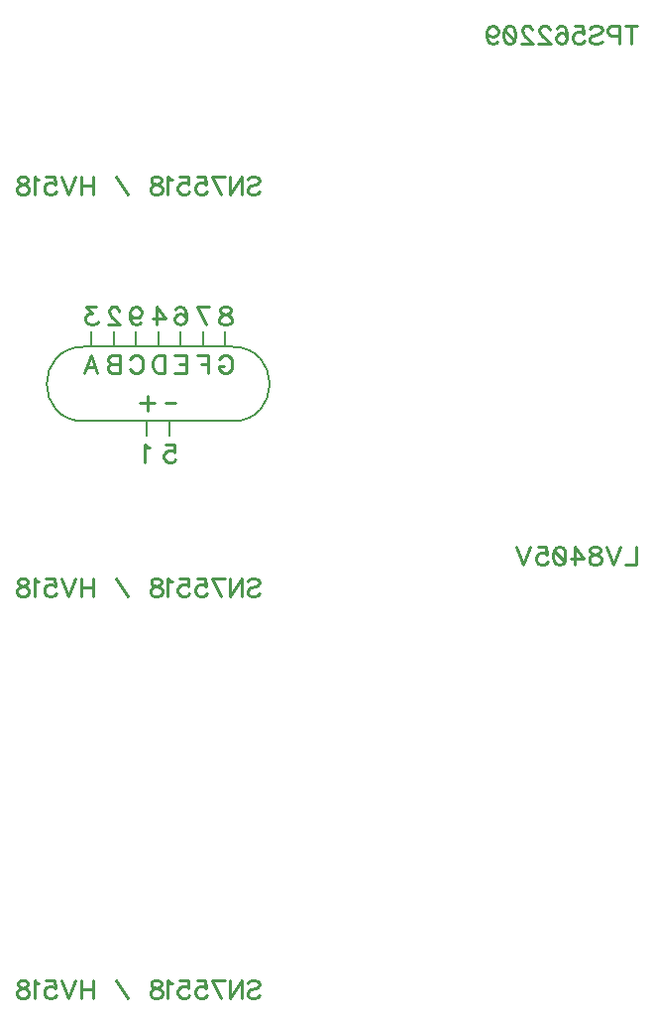
<source format=gbr>
G04 DipTrace 3.1.0.1*
G04 Panal-PCB-rev2-route-component2.BottomSilk.gbr*
%MOIN*%
G04 #@! TF.FileFunction,Legend,Bot*
G04 #@! TF.Part,Single*
%ADD25C,0.007*%
%ADD94C,0.009264*%
%FSLAX26Y26*%
G04*
G70*
G90*
G75*
G01*
G04 BotSilk*
%LPD*%
X2408541Y3215646D2*
D25*
G03X2408541Y3465648I0J125001D01*
G01*
X1908542Y3215646D2*
G02X1908542Y3465648I0J125001D01*
G01*
X2408541D1*
X1908542Y3215646D2*
X2408541D1*
X2158541Y3465648D2*
Y3515647D1*
X2233542Y3465648D2*
Y3515647D1*
X2308539Y3465648D2*
Y3515647D1*
X2383541Y3465648D2*
Y3515647D1*
X2083541Y3465648D2*
Y3515647D1*
X2008539Y3465648D2*
Y3515647D1*
X1933542Y3465648D2*
Y3515647D1*
X2121041Y3165648D2*
Y3215646D1*
X2196039Y3165648D2*
Y3215646D1*
X1908541Y3377141D2*
D94*
X1931555Y3437429D1*
X1954503Y3377141D1*
X1945881Y3397237D2*
X1917163D1*
X2029983Y3437429D2*
Y3377141D1*
X2004116D1*
X1995494Y3380059D1*
X1992642Y3382911D1*
X1989791Y3388615D1*
Y3397237D1*
X1992642Y3403007D1*
X1995494Y3405859D1*
X2004116Y3408711D1*
X1995494Y3411629D1*
X1992642Y3414481D1*
X1989791Y3420185D1*
Y3425955D1*
X1992642Y3431659D1*
X1995494Y3434577D1*
X2004116Y3437429D1*
X2029983D1*
Y3408711D2*
X2004116D1*
X2064792Y3423103D2*
X2067644Y3428807D1*
X2073414Y3434577D1*
X2079118Y3437429D1*
X2090592D1*
X2096362Y3434577D1*
X2102066Y3428807D1*
X2104984Y3423103D1*
X2107836Y3414481D1*
Y3400089D1*
X2104984Y3391533D1*
X2102066Y3385763D1*
X2096362Y3380059D1*
X2090592Y3377141D1*
X2079118D1*
X2073414Y3380059D1*
X2067644Y3385763D1*
X2064792Y3391533D1*
X2179981Y3437429D2*
Y3377141D1*
X2159885D1*
X2151263Y3380059D1*
X2145493Y3385763D1*
X2142641Y3391533D1*
X2139789Y3400089D1*
Y3414481D1*
X2142641Y3423103D1*
X2145493Y3428807D1*
X2151263Y3434577D1*
X2159885Y3437429D1*
X2179981D1*
X2214791D2*
X2252064D1*
Y3377141D1*
X2214791D1*
X2252064Y3408711D2*
X2229116D1*
X2289791Y3437429D2*
X2327131D1*
Y3377141D1*
Y3408711D2*
X2304183D1*
X2364792Y3423103D2*
X2367644Y3428807D1*
X2373414Y3434577D1*
X2379118Y3437429D1*
X2390592D1*
X2396362Y3434577D1*
X2402066Y3428807D1*
X2404984Y3423103D1*
X2407836Y3414481D1*
Y3400089D1*
X2404984Y3391533D1*
X2402066Y3385763D1*
X2396362Y3380059D1*
X2390592Y3377141D1*
X2379118D1*
X2373414Y3380059D1*
X2367644Y3385763D1*
X2364792Y3391533D1*
Y3400089D1*
X2379118D1*
X2121907Y3301836D2*
Y3250170D1*
X2147707Y3275969D2*
X2096041D1*
X2216703Y3276003D2*
X2183541D1*
X1949212Y3599860D2*
X1917709D1*
X1934887Y3576912D1*
X1926265D1*
X1920561Y3574060D1*
X1917709Y3571208D1*
X1914791Y3562586D1*
Y3556883D1*
X1917709Y3548261D1*
X1923413Y3542490D1*
X1932035Y3539638D1*
X1940657D1*
X1949212Y3542490D1*
X1952064Y3545409D1*
X1954983Y3551112D1*
X2027064Y3585534D2*
Y3588386D1*
X2024212Y3594156D1*
X2021361Y3597008D1*
X2015590Y3599860D1*
X2004116D1*
X1998413Y3597008D1*
X1995561Y3594156D1*
X1992642Y3588386D1*
Y3582682D1*
X1995561Y3576912D1*
X2001265Y3568357D1*
X2029983Y3539638D1*
X1989791D1*
X2064792Y3579830D2*
X2067710Y3571208D1*
X2073414Y3565438D1*
X2082036Y3562586D1*
X2084888D1*
X2093510Y3565438D1*
X2099214Y3571208D1*
X2102132Y3579830D1*
Y3582682D1*
X2099214Y3591304D1*
X2093510Y3597008D1*
X2084888Y3599860D1*
X2082036D1*
X2073414Y3597008D1*
X2067710Y3591304D1*
X2064792Y3579830D1*
Y3565438D1*
X2067710Y3551112D1*
X2073414Y3542490D1*
X2082036Y3539638D1*
X2087740D1*
X2096362Y3542490D1*
X2099214Y3548261D1*
X2154115Y3539638D2*
Y3599860D1*
X2182833Y3559734D1*
X2139789D1*
X2217642Y3591304D2*
X2220494Y3597008D1*
X2229116Y3599860D1*
X2234820D1*
X2243442Y3597008D1*
X2249212Y3588386D1*
X2252064Y3574060D1*
Y3559734D1*
X2249212Y3548261D1*
X2243442Y3542490D1*
X2234820Y3539638D1*
X2231968D1*
X2223413Y3542490D1*
X2217642Y3548261D1*
X2214791Y3556883D1*
Y3559734D1*
X2217642Y3568357D1*
X2223413Y3574060D1*
X2231968Y3576912D1*
X2234820D1*
X2243442Y3574060D1*
X2249212Y3568357D1*
X2252064Y3559734D1*
X2318509Y3539638D2*
X2289791Y3599860D1*
X2329983D1*
X2390592D2*
X2399147Y3597008D1*
X2402066Y3591304D1*
Y3585534D1*
X2399147Y3579830D1*
X2393444Y3576912D1*
X2381970Y3574060D1*
X2373348Y3571208D1*
X2367644Y3565438D1*
X2364792Y3559734D1*
Y3551112D1*
X2367644Y3545409D1*
X2370496Y3542490D1*
X2379118Y3539638D1*
X2390592D1*
X2399147Y3542490D1*
X2402066Y3545409D1*
X2404918Y3551112D1*
Y3559734D1*
X2402066Y3565438D1*
X2396296Y3571208D1*
X2387740Y3574060D1*
X2376266Y3576912D1*
X2370496Y3579830D1*
X2367644Y3585534D1*
Y3591304D1*
X2370496Y3597008D1*
X2379118Y3599860D1*
X2390592D1*
X2129184Y3125888D2*
X2123414Y3128806D1*
X2114792Y3137361D1*
Y3077140D1*
X2183061Y3137361D2*
X2211712D1*
X2214564Y3111562D1*
X2211712Y3114414D1*
X2203090Y3117332D1*
X2194535D1*
X2185913Y3114414D1*
X2180142Y3108710D1*
X2177291Y3100088D1*
Y3094384D1*
X2180142Y3085762D1*
X2185913Y3079992D1*
X2194535Y3077140D1*
X2203090D1*
X2211712Y3079992D1*
X2214564Y3082910D1*
X2217483Y3088614D1*
X2458783Y1328806D2*
X2464487Y1334576D1*
X2473109Y1337428D1*
X2484583D1*
X2493205Y1334576D1*
X2498975Y1328806D1*
Y1323102D1*
X2496057Y1317332D1*
X2493205Y1314480D1*
X2487501Y1311628D1*
X2470257Y1305858D1*
X2464487Y1303006D1*
X2461635Y1300088D1*
X2458783Y1294384D1*
Y1285762D1*
X2464487Y1280058D1*
X2473109Y1277140D1*
X2484583D1*
X2493205Y1280058D1*
X2498975Y1285762D1*
X2400064Y1337428D2*
Y1277140D1*
X2440256Y1337428D1*
Y1277140D1*
X2370063D2*
X2341345Y1337361D1*
X2381537D1*
X2288396D2*
X2317048D1*
X2319899Y1311562D1*
X2317048Y1314414D1*
X2308425Y1317332D1*
X2299870D1*
X2291248Y1314414D1*
X2285478Y1308710D1*
X2282626Y1300088D1*
Y1294384D1*
X2285478Y1285762D1*
X2291248Y1279992D1*
X2299870Y1277140D1*
X2308425D1*
X2317048Y1279992D1*
X2319899Y1282910D1*
X2322818Y1288614D1*
X2229677Y1337361D2*
X2258328D1*
X2261180Y1311562D1*
X2258328Y1314414D1*
X2249706Y1317332D1*
X2241151D1*
X2232529Y1314414D1*
X2226758Y1308710D1*
X2223907Y1300088D1*
Y1294384D1*
X2226758Y1285762D1*
X2232529Y1279992D1*
X2241151Y1277140D1*
X2249706D1*
X2258328Y1279992D1*
X2261180Y1282910D1*
X2264099Y1288614D1*
X2205379Y1325888D2*
X2199609Y1328806D1*
X2190987Y1337361D1*
Y1277140D1*
X2158134Y1337361D2*
X2166690Y1334510D1*
X2169608Y1328806D1*
Y1323036D1*
X2166690Y1317332D1*
X2160986Y1314414D1*
X2149512Y1311562D1*
X2140890Y1308710D1*
X2135186Y1302940D1*
X2132335Y1297236D1*
Y1288614D1*
X2135186Y1282910D1*
X2138038Y1279992D1*
X2146660Y1277140D1*
X2158134D1*
X2166690Y1279992D1*
X2169608Y1282910D1*
X2172460Y1288614D1*
Y1297236D1*
X2169608Y1302940D1*
X2163838Y1308710D1*
X2155282Y1311562D1*
X2143808Y1314414D1*
X2138038Y1317332D1*
X2135186Y1323036D1*
Y1328806D1*
X2138038Y1334510D1*
X2146660Y1337361D1*
X2158134D1*
X2055486Y1277140D2*
X2015294Y1337361D1*
X1938446Y1337428D2*
Y1277140D1*
X1898254Y1337428D2*
Y1277140D1*
X1938446Y1308710D2*
X1898254D1*
X1879727Y1337428D2*
X1856779Y1277140D1*
X1833831Y1337428D1*
X1780882Y1337361D2*
X1809534D1*
X1812386Y1311562D1*
X1809534Y1314414D1*
X1800912Y1317332D1*
X1792356D1*
X1783734Y1314414D1*
X1777964Y1308710D1*
X1775112Y1300088D1*
Y1294384D1*
X1777964Y1285762D1*
X1783734Y1279992D1*
X1792356Y1277140D1*
X1800912D1*
X1809534Y1279992D1*
X1812386Y1282910D1*
X1815304Y1288614D1*
X1756585Y1325888D2*
X1750815Y1328806D1*
X1742193Y1337361D1*
Y1277140D1*
X1709340Y1337361D2*
X1717895Y1334510D1*
X1720814Y1328806D1*
Y1323036D1*
X1717895Y1317332D1*
X1712192Y1314414D1*
X1700718Y1311562D1*
X1692096Y1308710D1*
X1686392Y1302940D1*
X1683540Y1297236D1*
Y1288614D1*
X1686392Y1282910D1*
X1689244Y1279992D1*
X1697866Y1277140D1*
X1709340D1*
X1717895Y1279992D1*
X1720814Y1282910D1*
X1723666Y1288614D1*
Y1297236D1*
X1720814Y1302940D1*
X1715044Y1308710D1*
X1706488Y1311562D1*
X1695014Y1314414D1*
X1689244Y1317332D1*
X1686392Y1323036D1*
Y1328806D1*
X1689244Y1334510D1*
X1697866Y1337361D1*
X1709340D1*
X2458783Y2678806D2*
X2464487Y2684576D1*
X2473109Y2687428D1*
X2484583D1*
X2493205Y2684576D1*
X2498975Y2678806D1*
Y2673102D1*
X2496057Y2667332D1*
X2493205Y2664480D1*
X2487501Y2661628D1*
X2470257Y2655858D1*
X2464487Y2653006D1*
X2461635Y2650088D1*
X2458783Y2644384D1*
Y2635762D1*
X2464487Y2630058D1*
X2473109Y2627140D1*
X2484583D1*
X2493205Y2630058D1*
X2498975Y2635762D1*
X2400064Y2687428D2*
Y2627140D1*
X2440256Y2687428D1*
Y2627140D1*
X2370063D2*
X2341345Y2687361D1*
X2381537D1*
X2288396D2*
X2317048D1*
X2319899Y2661562D1*
X2317048Y2664414D1*
X2308425Y2667332D1*
X2299870D1*
X2291248Y2664414D1*
X2285478Y2658710D1*
X2282626Y2650088D1*
Y2644384D1*
X2285478Y2635762D1*
X2291248Y2629992D1*
X2299870Y2627140D1*
X2308425D1*
X2317048Y2629992D1*
X2319899Y2632910D1*
X2322818Y2638614D1*
X2229677Y2687361D2*
X2258328D1*
X2261180Y2661562D1*
X2258328Y2664414D1*
X2249706Y2667332D1*
X2241151D1*
X2232529Y2664414D1*
X2226758Y2658710D1*
X2223907Y2650088D1*
Y2644384D1*
X2226758Y2635762D1*
X2232529Y2629992D1*
X2241151Y2627140D1*
X2249706D1*
X2258328Y2629992D1*
X2261180Y2632910D1*
X2264099Y2638614D1*
X2205379Y2675888D2*
X2199609Y2678806D1*
X2190987Y2687361D1*
Y2627140D1*
X2158134Y2687361D2*
X2166690Y2684510D1*
X2169608Y2678806D1*
Y2673036D1*
X2166690Y2667332D1*
X2160986Y2664414D1*
X2149512Y2661562D1*
X2140890Y2658710D1*
X2135186Y2652940D1*
X2132335Y2647236D1*
Y2638614D1*
X2135186Y2632910D1*
X2138038Y2629992D1*
X2146660Y2627140D1*
X2158134D1*
X2166690Y2629992D1*
X2169608Y2632910D1*
X2172460Y2638614D1*
Y2647236D1*
X2169608Y2652940D1*
X2163838Y2658710D1*
X2155282Y2661562D1*
X2143808Y2664414D1*
X2138038Y2667332D1*
X2135186Y2673036D1*
Y2678806D1*
X2138038Y2684510D1*
X2146660Y2687361D1*
X2158134D1*
X2055486Y2627140D2*
X2015294Y2687361D1*
X1938446Y2687428D2*
Y2627140D1*
X1898254Y2687428D2*
Y2627140D1*
X1938446Y2658710D2*
X1898254D1*
X1879727Y2687428D2*
X1856779Y2627140D1*
X1833831Y2687428D1*
X1780882Y2687361D2*
X1809534D1*
X1812386Y2661562D1*
X1809534Y2664414D1*
X1800912Y2667332D1*
X1792356D1*
X1783734Y2664414D1*
X1777964Y2658710D1*
X1775112Y2650088D1*
Y2644384D1*
X1777964Y2635762D1*
X1783734Y2629992D1*
X1792356Y2627140D1*
X1800912D1*
X1809534Y2629992D1*
X1812386Y2632910D1*
X1815304Y2638614D1*
X1756585Y2675888D2*
X1750815Y2678806D1*
X1742193Y2687361D1*
Y2627140D1*
X1709340Y2687361D2*
X1717895Y2684510D1*
X1720814Y2678806D1*
Y2673036D1*
X1717895Y2667332D1*
X1712192Y2664414D1*
X1700718Y2661562D1*
X1692096Y2658710D1*
X1686392Y2652940D1*
X1683540Y2647236D1*
Y2638614D1*
X1686392Y2632910D1*
X1689244Y2629992D1*
X1697866Y2627140D1*
X1709340D1*
X1717895Y2629992D1*
X1720814Y2632910D1*
X1723666Y2638614D1*
Y2647236D1*
X1720814Y2652940D1*
X1715044Y2658710D1*
X1706488Y2661562D1*
X1695014Y2664414D1*
X1689244Y2667332D1*
X1686392Y2673036D1*
Y2678806D1*
X1689244Y2684510D1*
X1697866Y2687361D1*
X1709340D1*
X2458783Y4028806D2*
X2464487Y4034576D1*
X2473109Y4037428D1*
X2484583D1*
X2493205Y4034576D1*
X2498975Y4028806D1*
Y4023102D1*
X2496057Y4017332D1*
X2493205Y4014480D1*
X2487501Y4011628D1*
X2470257Y4005858D1*
X2464487Y4003006D1*
X2461635Y4000088D1*
X2458783Y3994384D1*
Y3985762D1*
X2464487Y3980058D1*
X2473109Y3977140D1*
X2484583D1*
X2493205Y3980058D1*
X2498975Y3985762D1*
X2400064Y4037428D2*
Y3977140D1*
X2440256Y4037428D1*
Y3977140D1*
X2370063D2*
X2341345Y4037361D1*
X2381537D1*
X2288396D2*
X2317048D1*
X2319899Y4011562D1*
X2317048Y4014414D1*
X2308425Y4017332D1*
X2299870D1*
X2291248Y4014414D1*
X2285478Y4008710D1*
X2282626Y4000088D1*
Y3994384D1*
X2285478Y3985762D1*
X2291248Y3979992D1*
X2299870Y3977140D1*
X2308425D1*
X2317048Y3979992D1*
X2319899Y3982910D1*
X2322818Y3988614D1*
X2229677Y4037361D2*
X2258328D1*
X2261180Y4011562D1*
X2258328Y4014414D1*
X2249706Y4017332D1*
X2241151D1*
X2232529Y4014414D1*
X2226758Y4008710D1*
X2223907Y4000088D1*
Y3994384D1*
X2226758Y3985762D1*
X2232529Y3979992D1*
X2241151Y3977140D1*
X2249706D1*
X2258328Y3979992D1*
X2261180Y3982910D1*
X2264099Y3988614D1*
X2205379Y4025888D2*
X2199609Y4028806D1*
X2190987Y4037361D1*
Y3977140D1*
X2158134Y4037361D2*
X2166690Y4034510D1*
X2169608Y4028806D1*
Y4023036D1*
X2166690Y4017332D1*
X2160986Y4014414D1*
X2149512Y4011562D1*
X2140890Y4008710D1*
X2135186Y4002940D1*
X2132335Y3997236D1*
Y3988614D1*
X2135186Y3982910D1*
X2138038Y3979992D1*
X2146660Y3977140D1*
X2158134D1*
X2166690Y3979992D1*
X2169608Y3982910D1*
X2172460Y3988614D1*
Y3997236D1*
X2169608Y4002940D1*
X2163838Y4008710D1*
X2155282Y4011562D1*
X2143808Y4014414D1*
X2138038Y4017332D1*
X2135186Y4023036D1*
Y4028806D1*
X2138038Y4034510D1*
X2146660Y4037361D1*
X2158134D1*
X2055486Y3977140D2*
X2015294Y4037361D1*
X1938446Y4037428D2*
Y3977140D1*
X1898254Y4037428D2*
Y3977140D1*
X1938446Y4008710D2*
X1898254D1*
X1879727Y4037428D2*
X1856779Y3977140D1*
X1833831Y4037428D1*
X1780882Y4037361D2*
X1809534D1*
X1812386Y4011562D1*
X1809534Y4014414D1*
X1800912Y4017332D1*
X1792356D1*
X1783734Y4014414D1*
X1777964Y4008710D1*
X1775112Y4000088D1*
Y3994384D1*
X1777964Y3985762D1*
X1783734Y3979992D1*
X1792356Y3977140D1*
X1800912D1*
X1809534Y3979992D1*
X1812386Y3982910D1*
X1815304Y3988614D1*
X1756585Y4025888D2*
X1750815Y4028806D1*
X1742193Y4037361D1*
Y3977140D1*
X1709340Y4037361D2*
X1717895Y4034510D1*
X1720814Y4028806D1*
Y4023036D1*
X1717895Y4017332D1*
X1712192Y4014414D1*
X1700718Y4011562D1*
X1692096Y4008710D1*
X1686392Y4002940D1*
X1683540Y3997236D1*
Y3988614D1*
X1686392Y3982910D1*
X1689244Y3979992D1*
X1697866Y3977140D1*
X1709340D1*
X1717895Y3979992D1*
X1720814Y3982910D1*
X1723666Y3988614D1*
Y3997236D1*
X1720814Y4002940D1*
X1715044Y4008710D1*
X1706488Y4011562D1*
X1695014Y4014414D1*
X1689244Y4017332D1*
X1686392Y4023036D1*
Y4028806D1*
X1689244Y4034510D1*
X1697866Y4037361D1*
X1709340D1*
X3748869Y4543677D2*
Y4483389D1*
X3768965Y4543677D2*
X3728773D1*
X3710246Y4512107D2*
X3684380D1*
X3675824Y4514959D1*
X3672906Y4517877D1*
X3670054Y4523581D1*
Y4532203D1*
X3672906Y4537907D1*
X3675824Y4540825D1*
X3684380Y4543677D1*
X3710246D1*
Y4483389D1*
X3611335Y4535055D2*
X3617039Y4540825D1*
X3625661Y4543677D1*
X3637135D1*
X3645757Y4540825D1*
X3651527Y4535055D1*
Y4529351D1*
X3648609Y4523581D1*
X3645757Y4520729D1*
X3640053Y4517877D1*
X3622809Y4512107D1*
X3617039Y4509255D1*
X3614187Y4506337D1*
X3611335Y4500633D1*
Y4492011D1*
X3617039Y4486307D1*
X3625661Y4483389D1*
X3637135D1*
X3645757Y4486307D1*
X3651527Y4492011D1*
X3558386Y4543611D2*
X3587038D1*
X3589890Y4517811D1*
X3587038Y4520663D1*
X3578416Y4523581D1*
X3569860D1*
X3561238Y4520663D1*
X3555468Y4514959D1*
X3552616Y4506337D1*
Y4500633D1*
X3555468Y4492011D1*
X3561238Y4486241D1*
X3569860Y4483389D1*
X3578416D1*
X3587038Y4486241D1*
X3589890Y4489159D1*
X3592808Y4494863D1*
X3499667Y4535055D2*
X3502519Y4540759D1*
X3511141Y4543611D1*
X3516845D1*
X3525467Y4540759D1*
X3531237Y4532137D1*
X3534089Y4517811D1*
Y4503485D1*
X3531237Y4492011D1*
X3525467Y4486241D1*
X3516845Y4483389D1*
X3513993D1*
X3505437Y4486241D1*
X3499667Y4492011D1*
X3496815Y4500633D1*
Y4503485D1*
X3499667Y4512107D1*
X3505437Y4517811D1*
X3513993Y4520663D1*
X3516845D1*
X3525467Y4517811D1*
X3531237Y4512107D1*
X3534089Y4503485D1*
X3475370Y4529285D2*
Y4532137D1*
X3472518Y4537907D1*
X3469666Y4540759D1*
X3463896Y4543611D1*
X3452422D1*
X3446718Y4540759D1*
X3443866Y4537907D1*
X3440948Y4532137D1*
Y4526433D1*
X3443866Y4520663D1*
X3449570Y4512107D1*
X3478288Y4483389D1*
X3438096D1*
X3416651Y4529285D2*
Y4532137D1*
X3413799Y4537907D1*
X3410947Y4540759D1*
X3405177Y4543611D1*
X3393703D1*
X3387999Y4540759D1*
X3385147Y4537907D1*
X3382229Y4532137D1*
Y4526433D1*
X3385147Y4520663D1*
X3390851Y4512107D1*
X3419569Y4483389D1*
X3379377D1*
X3343606Y4543611D2*
X3352228Y4540759D1*
X3357998Y4532137D1*
X3360850Y4517811D1*
Y4509189D1*
X3357998Y4494863D1*
X3352228Y4486241D1*
X3343606Y4483389D1*
X3337902D1*
X3329280Y4486241D1*
X3323576Y4494863D1*
X3320658Y4509189D1*
Y4517811D1*
X3323576Y4532137D1*
X3329280Y4540759D1*
X3337902Y4543611D1*
X3343606D1*
X3323576Y4532137D2*
X3357998Y4494863D1*
X3264791Y4523581D2*
X3267709Y4514959D1*
X3273413Y4509189D1*
X3282035Y4506337D1*
X3284887D1*
X3293509Y4509189D1*
X3299212Y4514959D1*
X3302131Y4523581D1*
Y4526433D1*
X3299212Y4535055D1*
X3293509Y4540759D1*
X3284887Y4543611D1*
X3282035D1*
X3273413Y4540759D1*
X3267709Y4535055D1*
X3264791Y4523581D1*
Y4509189D1*
X3267709Y4494863D1*
X3273413Y4486241D1*
X3282035Y4483389D1*
X3287738D1*
X3296361Y4486241D1*
X3299212Y4492011D1*
X3765720Y2793677D2*
Y2733389D1*
X3731298D1*
X3712771Y2793677D2*
X3689823Y2733389D1*
X3666875Y2793677D1*
X3634023Y2793611D2*
X3642578Y2790759D1*
X3645496Y2785055D1*
Y2779285D1*
X3642578Y2773581D1*
X3636874Y2770663D1*
X3625400Y2767811D1*
X3616778Y2764959D1*
X3611075Y2759189D1*
X3608223Y2753485D1*
Y2744863D1*
X3611075Y2739159D1*
X3613927Y2736241D1*
X3622549Y2733389D1*
X3634023D1*
X3642578Y2736241D1*
X3645496Y2739159D1*
X3648348Y2744863D1*
Y2753485D1*
X3645496Y2759189D1*
X3639726Y2764959D1*
X3631171Y2767811D1*
X3619697Y2770663D1*
X3613927Y2773581D1*
X3611075Y2779285D1*
Y2785055D1*
X3613927Y2790759D1*
X3622549Y2793611D1*
X3634023D1*
X3560978Y2733389D2*
Y2793611D1*
X3589696Y2753485D1*
X3546652D1*
X3510880Y2793611D2*
X3519503Y2790759D1*
X3525273Y2782137D1*
X3528125Y2767811D1*
Y2759189D1*
X3525273Y2744863D1*
X3519503Y2736241D1*
X3510880Y2733389D1*
X3505177D1*
X3496555Y2736241D1*
X3490851Y2744863D1*
X3487933Y2759189D1*
Y2767811D1*
X3490851Y2782137D1*
X3496555Y2790759D1*
X3505177Y2793611D1*
X3510880D1*
X3490851Y2782137D2*
X3525273Y2744863D1*
X3434984Y2793611D2*
X3463635D1*
X3466487Y2767811D1*
X3463635Y2770663D1*
X3455013Y2773581D1*
X3446458D1*
X3437836Y2770663D1*
X3432065Y2764959D1*
X3429213Y2756337D1*
Y2750633D1*
X3432065Y2742011D1*
X3437836Y2736241D1*
X3446458Y2733389D1*
X3455013D1*
X3463635Y2736241D1*
X3466487Y2739159D1*
X3469405Y2744863D1*
X3410686Y2793677D2*
X3387738Y2733389D1*
X3364791Y2793677D1*
M02*

</source>
